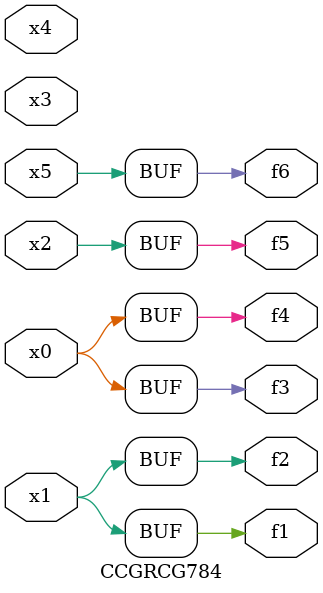
<source format=v>
module CCGRCG784(
	input x0, x1, x2, x3, x4, x5,
	output f1, f2, f3, f4, f5, f6
);
	assign f1 = x1;
	assign f2 = x1;
	assign f3 = x0;
	assign f4 = x0;
	assign f5 = x2;
	assign f6 = x5;
endmodule

</source>
